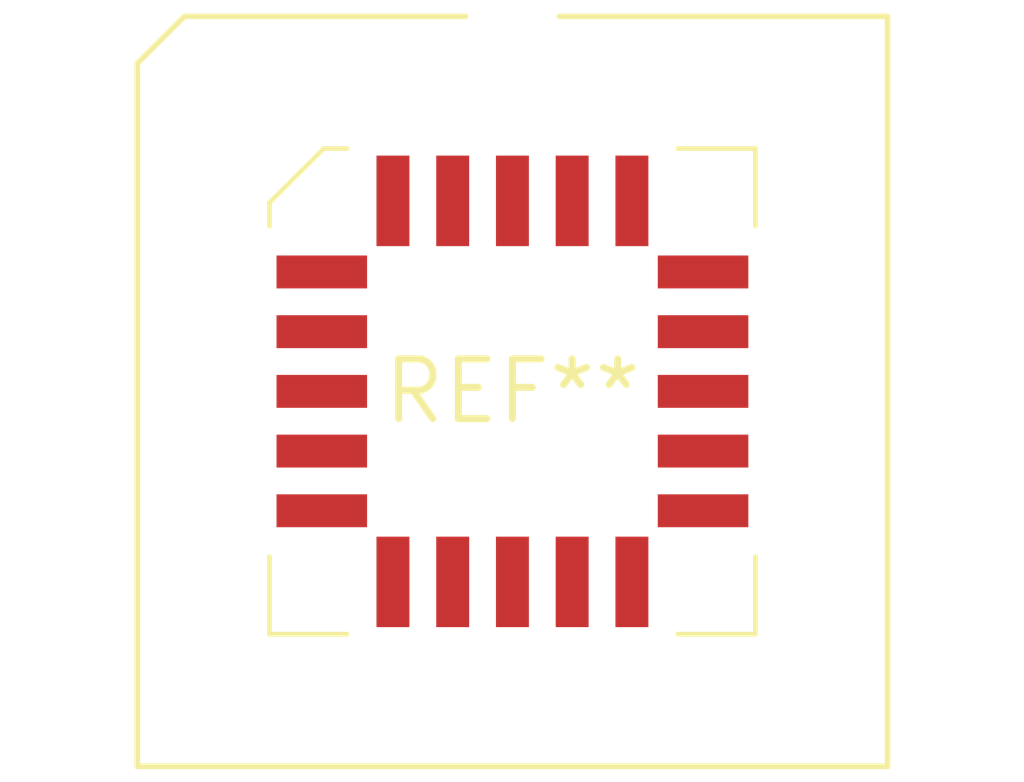
<source format=kicad_pcb>
(kicad_pcb (version 20240108) (generator pcbnew)
  (layers (0 "F.Cu" signal) (31 "B.Cu" signal) (34 "B.Paste" user) (35 "F.Paste" user) (36 "B.SilkS" user "B.Silkscreen") (37 "F.SilkS" user "F.Silkscreen") (38 "B.Mask" user) (39 "F.Mask" user) (44 "Edge.Cuts" user))
  (net 0 "")
  (footprint "PLCC-20_SMD-Socket" (layer "F.Cu") (at 0 0)
    (property "Reference" "REF**")
    (property "Value" "PLCC-20_SMD-Socket")
    (fp_line (start -7.975 -6.975) (end -7.975 7.975) (layer "F.SilkS") (stroke (width 0.12)))
    (fp_line (start -7.975 7.975) (end 7.975 7.975) (layer "F.SilkS") (stroke (width 0.12)))
    (fp_line (start -6.975 -7.975) (end -7.975 -6.975) (layer "F.SilkS") (stroke (width 0.12)))
    (fp_line (start -5.165 -4.015) (end -5.165 -3.515) (layer "F.SilkS") (stroke (width 0.1)))
    (fp_line (start -5.165 5.165) (end -5.165 3.515) (layer "F.SilkS") (stroke (width 0.1)))
    (fp_line (start -4.015 -5.165) (end -5.165 -4.015) (layer "F.SilkS") (stroke (width 0.1)))
    (fp_line (start -3.515 -5.165) (end -4.015 -5.165) (layer "F.SilkS") (stroke (width 0.1)))
    (fp_line (start -3.515 5.165) (end -5.165 5.165) (layer "F.SilkS") (stroke (width 0.1)))
    (fp_line (start -1 -7.975) (end -6.975 -7.975) (layer "F.SilkS") (stroke (width 0.12)))
    (fp_line (start 3.515 -5.165) (end 5.165 -5.165) (layer "F.SilkS") (stroke (width 0.1)))
    (fp_line (start 3.515 5.165) (end 5.165 5.165) (layer "F.SilkS") (stroke (width 0.1)))
    (fp_line (start 5.165 -5.165) (end 5.165 -3.515) (layer "F.SilkS") (stroke (width 0.1)))
    (fp_line (start 5.165 5.165) (end 5.165 3.515) (layer "F.SilkS") (stroke (width 0.1)))
    (fp_line (start 7.975 -7.975) (end 1 -7.975) (layer "F.SilkS") (stroke (width 0.12)))
    (fp_line (start 7.975 7.975) (end 7.975 -7.975) (layer "F.SilkS") (stroke (width 0.12)))
    (pad "1" smd rect (at 0 -4.0525) (size 0.7 1.925) (layers "F.Cu" "F.Paste" "F.Mask"))
    (pad "2" smd rect (at -1.27 -4.0525) (size 0.7 1.925) (layers "F.Cu" "F.Paste" "F.Mask"))
    (pad "3" smd rect (at -2.54 -4.0525) (size 0.7 1.925) (layers "F.Cu" "F.Paste" "F.Mask"))
    (pad "4" smd rect (at -4.0525 -2.54) (size 1.925 0.7) (layers "F.Cu" "F.Paste" "F.Mask"))
    (pad "5" smd rect (at -4.0525 -1.27) (size 1.925 0.7) (layers "F.Cu" "F.Paste" "F.Mask"))
    (pad "6" smd rect (at -4.0525 0) (size 1.925 0.7) (layers "F.Cu" "F.Paste" "F.Mask"))
    (pad "7" smd rect (at -4.0525 1.27) (size 1.925 0.7) (layers "F.Cu" "F.Paste" "F.Mask"))
    (pad "8" smd rect (at -4.0525 2.54) (size 1.925 0.7) (layers "F.Cu" "F.Paste" "F.Mask"))
    (pad "9" smd rect (at -2.54 4.0525) (size 0.7 1.925) (layers "F.Cu" "F.Paste" "F.Mask"))
    (pad "10" smd rect (at -1.27 4.0525) (size 0.7 1.925) (layers "F.Cu" "F.Paste" "F.Mask"))
    (pad "11" smd rect (at 0 4.0525) (size 0.7 1.925) (layers "F.Cu" "F.Paste" "F.Mask"))
    (pad "12" smd rect (at 1.27 4.0525) (size 0.7 1.925) (layers "F.Cu" "F.Paste" "F.Mask"))
    (pad "13" smd rect (at 2.54 4.0525) (size 0.7 1.925) (layers "F.Cu" "F.Paste" "F.Mask"))
    (pad "14" smd rect (at 4.0525 2.54) (size 1.925 0.7) (layers "F.Cu" "F.Paste" "F.Mask"))
    (pad "15" smd rect (at 4.0525 1.27) (size 1.925 0.7) (layers "F.Cu" "F.Paste" "F.Mask"))
    (pad "16" smd rect (at 4.0525 0) (size 1.925 0.7) (layers "F.Cu" "F.Paste" "F.Mask"))
    (pad "17" smd rect (at 4.0525 -1.27) (size 1.925 0.7) (layers "F.Cu" "F.Paste" "F.Mask"))
    (pad "18" smd rect (at 4.0525 -2.54) (size 1.925 0.7) (layers "F.Cu" "F.Paste" "F.Mask"))
    (pad "19" smd rect (at 2.54 -4.0525) (size 0.7 1.925) (layers "F.Cu" "F.Paste" "F.Mask"))
    (pad "20" smd rect (at 1.27 -4.0525) (size 0.7 1.925) (layers "F.Cu" "F.Paste" "F.Mask"))
  )
)
</source>
